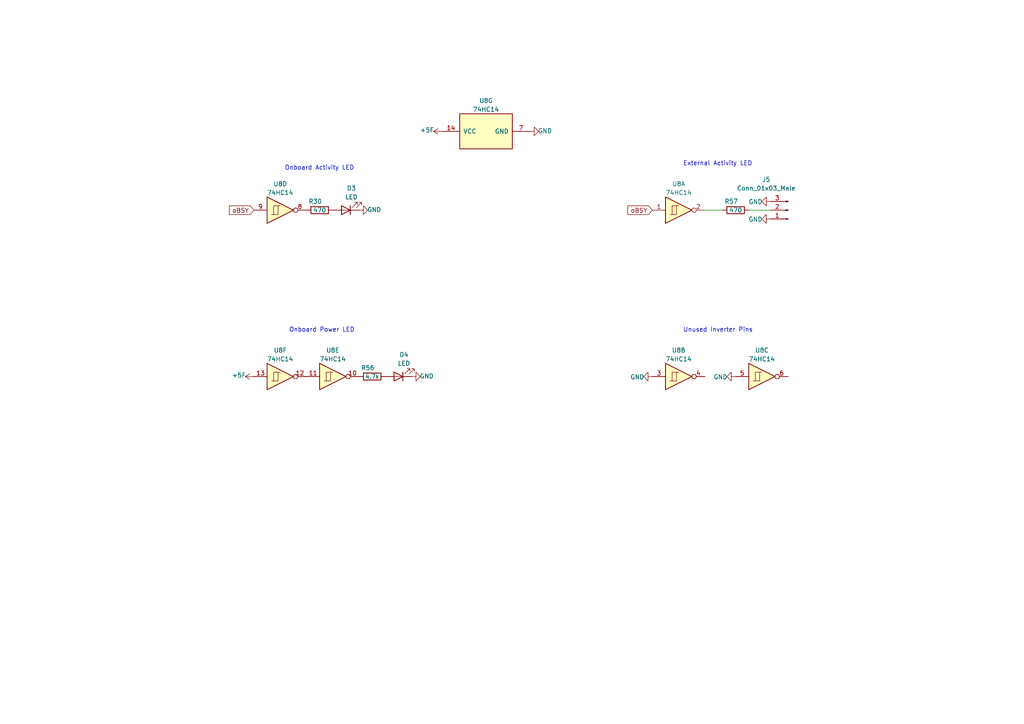
<source format=kicad_sch>
(kicad_sch (version 20211123) (generator eeschema)
  (paper "A4")
  (lib_symbols
    (symbol "74xx:74HC14" (pin_names (offset 1.016))
      (property "Reference" "U" (at 0 1.27 0))
      (property "Value" "74HC14" (at 0 -1.27 0))
      (symbol "74HC14_1_0"
        (polyline (pts (xy -3.81 3.81) (xy -3.81 -3.81) (xy 3.81 0) (xy -3.81 3.81)) (stroke (width 0.254)) (fill (type background)))
        (pin input line (at -7.62 0 0) (length 3.81) (name "~") (number "1"))
        (pin output inverted (at 7.62 0 180) (length 3.81) (name "~") (number "2"))
      )
      (symbol "74HC14_1_1"
        (polyline (pts (xy -1.905 -1.27) (xy -1.905 1.27) (xy -0.635 1.27)))
        (polyline (pts (xy -2.54 -1.27) (xy -0.635 -1.27) (xy -0.635 1.27) (xy 0 1.27)))
      )
      (symbol "74HC14_2_0"
        (polyline (pts (xy -3.81 3.81) (xy -3.81 -3.81) (xy 3.81 0) (xy -3.81 3.81)) (stroke (width 0.254)) (fill (type background)))
        (pin input line (at -7.62 0 0) (length 3.81) (name "~") (number "3"))
        (pin output inverted (at 7.62 0 180) (length 3.81) (name "~") (number "4"))
      )
      (symbol "74HC14_2_1"
        (polyline (pts (xy -1.905 -1.27) (xy -1.905 1.27) (xy -0.635 1.27)))
        (polyline (pts (xy -2.54 -1.27) (xy -0.635 -1.27) (xy -0.635 1.27) (xy 0 1.27)))
      )
      (symbol "74HC14_3_0"
        (polyline (pts (xy -3.81 3.81) (xy -3.81 -3.81) (xy 3.81 0) (xy -3.81 3.81)) (stroke (width 0.254)) (fill (type background)))
        (pin input line (at -7.62 0 0) (length 3.81) (name "~") (number "5"))
        (pin output inverted (at 7.62 0 180) (length 3.81) (name "~") (number "6"))
      )
      (symbol "74HC14_3_1"
        (polyline (pts (xy -1.905 -1.27) (xy -1.905 1.27) (xy -0.635 1.27)))
        (polyline (pts (xy -2.54 -1.27) (xy -0.635 -1.27) (xy -0.635 1.27) (xy 0 1.27)))
      )
      (symbol "74HC14_4_0"
        (polyline (pts (xy -3.81 3.81) (xy -3.81 -3.81) (xy 3.81 0) (xy -3.81 3.81)) (stroke (width 0.254)) (fill (type background)))
        (pin output inverted (at 7.62 0 180) (length 3.81) (name "~") (number "8"))
        (pin input line (at -7.62 0 0) (length 3.81) (name "~") (number "9"))
      )
      (symbol "74HC14_4_1"
        (polyline (pts (xy -1.905 -1.27) (xy -1.905 1.27) (xy -0.635 1.27)))
        (polyline (pts (xy -2.54 -1.27) (xy -0.635 -1.27) (xy -0.635 1.27) (xy 0 1.27)))
      )
      (symbol "74HC14_5_0"
        (polyline (pts (xy -3.81 3.81) (xy -3.81 -3.81) (xy 3.81 0) (xy -3.81 3.81)) (stroke (width 0.254)) (fill (type background)))
        (pin output inverted (at 7.62 0 180) (length 3.81) (name "~") (number "10"))
        (pin input line (at -7.62 0 0) (length 3.81) (name "~") (number "11"))
      )
      (symbol "74HC14_5_1"
        (polyline (pts (xy -1.905 -1.27) (xy -1.905 1.27) (xy -0.635 1.27)))
        (polyline (pts (xy -2.54 -1.27) (xy -0.635 -1.27) (xy -0.635 1.27) (xy 0 1.27)))
      )
      (symbol "74HC14_6_0"
        (polyline (pts (xy -3.81 3.81) (xy -3.81 -3.81) (xy 3.81 0) (xy -3.81 3.81)) (stroke (width 0.254)) (fill (type background)))
        (pin output inverted (at 7.62 0 180) (length 3.81) (name "~") (number "12"))
        (pin input line (at -7.62 0 0) (length 3.81) (name "~") (number "13"))
      )
      (symbol "74HC14_6_1"
        (polyline (pts (xy -1.905 -1.27) (xy -1.905 1.27) (xy -0.635 1.27)))
        (polyline (pts (xy -2.54 -1.27) (xy -0.635 -1.27) (xy -0.635 1.27) (xy 0 1.27)))
      )
      (symbol "74HC14_7_0"
        (pin power_in line (at 0 12.7 270) (length 5.08) (name "VCC") (number "14"))
        (pin power_in line (at 0 -12.7 90) (length 5.08) (name "GND") (number "7"))
      )
      (symbol "74HC14_7_1"
        (rectangle (start -5.08 7.62) (end 5.08 -7.62) (stroke (width 0.254)) (fill (type background)))
      )
    )
    (symbol "Connector:Conn_01x03_Male" (pin_names (offset 1.016) hide)
      (property "Reference" "J" (at 0 5.08 0))
      (property "Value" "Conn_01x03_Male" (at 0 -5.08 0))
      (symbol "Conn_01x03_Male_1_1"
        (polyline (pts (xy 1.27 -2.54) (xy 0.8636 -2.54)) (stroke (width 0.1524)))
        (polyline (pts (xy 1.27 0) (xy 0.8636 0)) (stroke (width 0.1524)))
        (polyline (pts (xy 1.27 2.54) (xy 0.8636 2.54)) (stroke (width 0.1524)))
        (rectangle (start 0.8636 -2.413) (end 0 -2.667) (stroke (width 0.1524)) (fill (type outline)))
        (rectangle (start 0.8636 0.127) (end 0 -0.127) (stroke (width 0.1524)) (fill (type outline)))
        (rectangle (start 0.8636 2.667) (end 0 2.413) (stroke (width 0.1524)) (fill (type outline)))
        (pin passive line (at 5.08 2.54 180) (length 3.81) (name "Pin_1") (number "1"))
        (pin passive line (at 5.08 0 180) (length 3.81) (name "Pin_2") (number "2"))
        (pin passive line (at 5.08 -2.54 180) (length 3.81) (name "Pin_3") (number "3"))
      )
    )
    (symbol "Device:LED" (pin_numbers hide) (pin_names (offset 1.016) hide)
      (property "Reference" "D" (at 0 2.54 0))
      (property "Value" "LED" (at 0 -2.54 0))
      (symbol "LED_0_1"
        (polyline (pts (xy -1.27 -1.27) (xy -1.27 1.27)) (stroke (width 0.254)))
        (polyline (pts (xy -1.27 0) (xy 1.27 0)))
        (polyline (pts (xy 1.27 -1.27) (xy 1.27 1.27) (xy -1.27 0) (xy 1.27 -1.27)) (stroke (width 0.254)))
        (polyline (pts (xy -3.048 -0.762) (xy -4.572 -2.286) (xy -3.81 -2.286) (xy -4.572 -2.286) (xy -4.572 -1.524)))
        (polyline (pts (xy -1.778 -0.762) (xy -3.302 -2.286) (xy -2.54 -2.286) (xy -3.302 -2.286) (xy -3.302 -1.524)))
      )
      (symbol "LED_1_1"
        (pin passive line (at -3.81 0 0) (length 2.54) (name "K") (number "1"))
        (pin passive line (at 3.81 0 180) (length 2.54) (name "A") (number "2"))
      )
    )
    (symbol "Device:R" (pin_numbers hide) (pin_names (offset 0))
      (property "Reference" "R" (at 2.032 0 90))
      (property "Value" "R" (at 0 0 90))
      (symbol "R_0_1"
        (rectangle (start -1.016 -2.54) (end 1.016 2.54) (stroke (width 0.254)))
      )
      (symbol "R_1_1"
        (pin passive line (at 0 3.81 270) (length 1.27) (name "~") (number "1"))
        (pin passive line (at 0 -3.81 90) (length 1.27) (name "~") (number "2"))
      )
    )
    (symbol "power:+5F" (power) (pin_names (offset 0))
      (property "Value" "+5F" (at 0 3.556 0))
      (symbol "+5F_0_1"
        (polyline (pts (xy -0.762 1.27) (xy 0 2.54)))
        (polyline (pts (xy 0 0) (xy 0 2.54)))
        (polyline (pts (xy 0 2.54) (xy 0.762 1.27)))
      )
      (symbol "+5F_1_1"
        (pin power_in line (at 0 0 90) (length 0) hide (name "+5F") (number "1"))
      )
    )
    (symbol "power:GND" (power) (pin_names (offset 0))
      (property "Value" "GND" (at 0 -3.81 0))
      (symbol "GND_0_1"
        (polyline (pts (xy 0 0) (xy 0 -1.27) (xy 1.27 -1.27) (xy 0 -2.54) (xy -1.27 -1.27) (xy 0 -1.27)))
      )
      (symbol "GND_1_1"
        (pin power_in line (at 0 0 270) (length 0) hide (name "GND") (number "1"))
      )
    )
  )
  (wire (pts (xy 223.52 60.96) (xy 217.17 60.96)))
  (wire (pts (xy 209.55 60.96) (xy 204.47 60.96)))
  (text "Onboard Power LED" (at 83.82 96.52 0) (effects (font (size 1.27 1.27)) (justify left bottom)))
  (text "Unused Inverter Pins" (at 198.12 96.52 0) (effects (font (size 1.27 1.27)) (justify left bottom)))
  (text "Onboard Activity LED" (at 82.55 49.53 0) (effects (font (size 1.27 1.27)) (justify left bottom)))
  (text "External Activity LED" (at 198.12 48.26 0) (effects (font (size 1.27 1.27)) (justify left bottom)))
  (global_label "oBSY" (shape input) (at 73.66 60.96 180) (property "Intersheet References" "${INTERSHEET_REFS}" (effects hide)))
  (global_label "oBSY" (shape input) (at 189.23 60.96 180) (property "Intersheet References" "${INTERSHEET_REFS}" (effects hide)))
  (symbol (lib_id "power:GND") (at 153.67 38.1 90) (unit 1)
    (property "Reference" "#PWR041" (effects hide))
    (property "Value" "GND" (at 158.0642 37.973 90))
  )
  (symbol (lib_id "74xx:74HC14") (at 81.28 60.96 0) (unit 4)
    (property "Reference" "U8" (at 81.28 53.34 0))
    (property "Value" "74HC14" (at 81.28 55.88 0))
    (property "Datasheet" "http://www.ti.com/lit/gpn/sn74HC14" (effects hide))
  )
  (symbol (lib_id "74xx:74HC14") (at 220.98 109.22 0) (unit 3)
    (property "Reference" "U8" (at 220.98 101.6 0))
    (property "Value" "74HC14" (at 220.98 104.14 0))
    (property "Datasheet" "http://www.ti.com/lit/gpn/sn74HC14" (effects hide))
  )
  (symbol (lib_id "power:GND") (at 189.23 109.22 270) (unit 1)
    (property "Reference" "#PWR042" (effects hide))
    (property "Value" "GND" (at 184.8358 109.347 90))
  )
  (symbol (lib_id "power:GND") (at 223.52 63.5 270) (unit 1)
    (property "Reference" "#PWR069" (effects hide))
    (property "Value" "GND" (at 219.1258 63.627 90))
  )
  (symbol (lib_id "74xx:74HC14") (at 81.28 109.22 0) (unit 6)
    (property "Reference" "U8" (at 81.28 101.6 0))
    (property "Value" "74HC14" (at 81.28 104.14 0))
    (property "Datasheet" "http://www.ti.com/lit/gpn/sn74HC14" (effects hide))
  )
  (symbol (lib_id "Device:R") (at 107.95 109.22 90) (unit 1)
    (property "Reference" "R56" (at 106.68 106.68 90))
    (property "Value" "4.7k" (at 107.95 109.22 90))
    (property "Footprint" "Resistor_SMD:R_0603_1608Metric_Pad0.98x0.95mm_HandSolder" (effects hide))
  )
  (symbol (lib_id "power:+5F") (at 128.27 38.1 90) (unit 1)
    (property "Reference" "#PWR038" (effects hide))
    (property "Value" "+5F" (at 123.8758 37.719 90))
  )
  (symbol (lib_id "power:GND") (at 119.38 109.22 90) (unit 1)
    (property "Reference" "#PWR035" (effects hide))
    (property "Value" "GND" (at 123.7742 109.093 90))
  )
  (symbol (lib_id "74xx:74HC14") (at 196.85 60.96 0) (unit 1)
    (property "Reference" "U8" (at 196.85 53.34 0))
    (property "Value" "74HC14" (at 196.85 55.88 0))
    (property "Datasheet" "http://www.ti.com/lit/gpn/sn74HC14" (effects hide))
  )
  (symbol (lib_id "74xx:74HC14") (at 140.97 38.1 90) (unit 7)
    (property "Reference" "U8" (at 140.97 29.21 90))
    (property "Value" "74HC14" (at 140.97 31.75 90))
    (property "Footprint" "Package_SO:SO-14_3.9x8.65mm_P1.27mm" (effects hide))
    (property "Datasheet" "http://www.ti.com/lit/gpn/sn74HC14" (effects hide))
    (property "JLC Part #" "C5605" (effects hide))
  )
  (symbol (lib_id "Device:LED") (at 100.33 60.96 180) (unit 1)
    (property "Reference" "D3" (at 101.9175 54.61 0))
    (property "Value" "LED" (at 101.9175 57.15 0))
    (property "Footprint" "LED_SMD:LED_0603_1608Metric_Pad1.05x0.95mm_HandSolder" (effects hide))
    (property "JLCPCB Part Number" "C72041" (effects hide))
  )
  (symbol (lib_id "power:GND") (at 213.36 109.22 270) (unit 1)
    (property "Reference" "#PWR059" (effects hide))
    (property "Value" "GND" (at 208.9658 109.347 90))
  )
  (symbol (lib_id "74xx:74HC14") (at 196.85 109.22 0) (unit 2)
    (property "Reference" "U8" (at 196.85 101.6 0))
    (property "Value" "74HC14" (at 196.85 104.14 0))
    (property "Datasheet" "http://www.ti.com/lit/gpn/sn74HC14" (effects hide))
  )
  (symbol (lib_id "Device:LED") (at 115.57 109.22 180) (unit 1)
    (property "Reference" "D4" (at 117.1575 102.87 0))
    (property "Value" "LED" (at 117.1575 105.41 0))
    (property "Footprint" "LED_SMD:LED_0603_1608Metric_Pad1.05x0.95mm_HandSolder" (effects hide))
    (property "JLCPCB Part #" "C2290" (effects hide))
  )
  (symbol (lib_id "Device:R") (at 92.71 60.96 90) (unit 1)
    (property "Reference" "R30" (at 91.44 58.42 90))
    (property "Value" "470" (at 92.71 60.96 90))
    (property "Footprint" "Resistor_SMD:R_0402_1005Metric_Pad0.72x0.64mm_HandSolder" (effects hide))
  )
  (symbol (lib_id "Connector:Conn_01x03_Male") (at 228.6 60.96 180) (unit 1)
    (property "Reference" "J5" (at 222.25 52.07 0))
    (property "Value" "Conn_01x03_Male" (at 222.25 54.61 0))
    (property "Footprint" "Connector_PinHeader_2.54mm:PinHeader_1x03_P2.54mm_Vertical" (effects hide))
  )
  (symbol (lib_id "power:+5F") (at 73.66 109.22 90) (unit 1)
    (property "Reference" "#PWR014" (effects hide))
    (property "Value" "+5F" (at 69.2658 108.839 90))
  )
  (symbol (lib_id "Device:R") (at 213.36 60.96 90) (unit 1)
    (property "Reference" "R57" (at 212.09 58.42 90))
    (property "Value" "470" (at 213.36 60.96 90))
    (property "Footprint" "Resistor_SMD:R_0402_1005Metric_Pad0.72x0.64mm_HandSolder" (effects hide))
  )
  (symbol (lib_id "power:GND") (at 104.14 60.96 90) (unit 1)
    (property "Reference" "#PWR017" (effects hide))
    (property "Value" "GND" (at 108.5342 60.833 90))
  )
  (symbol (lib_id "74xx:74HC14") (at 96.52 109.22 0) (unit 5)
    (property "Reference" "U8" (at 96.52 101.6 0))
    (property "Value" "74HC14" (at 96.52 104.14 0))
    (property "Datasheet" "http://www.ti.com/lit/gpn/sn74HC14" (effects hide))
  )
  (symbol (lib_id "power:GND") (at 223.52 58.42 270) (unit 1)
    (property "Reference" "#PWR068" (effects hide))
    (property "Value" "GND" (at 219.1258 58.547 90))
  )
)
</source>
